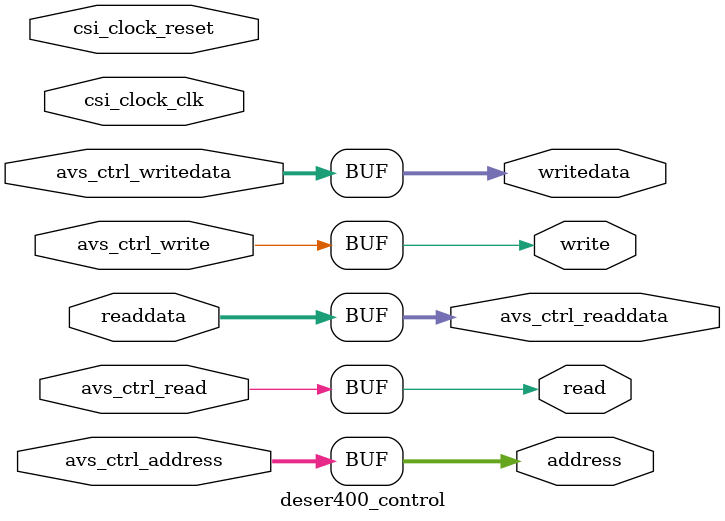
<source format=v>


`timescale 1 ps / 1 ps

module deser400_control
(
		// avalon clock interface
	input csi_clock_clk,
	input csi_clock_reset,
	
	// avalon mm slave: control
	input avs_ctrl_write,
	input avs_ctrl_read,
	input [3:0]avs_ctrl_address,
	input [31:0]avs_ctrl_writedata,
	output [31:0]avs_ctrl_readdata,

  // conduit
  output write,
  output read,
  output [3:0]address,
  output [31:0]writedata,
  input  [31:0]readdata
);

	assign write = avs_ctrl_write;
	assign read = avs_ctrl_read;
	assign address = avs_ctrl_address;
	assign writedata = avs_ctrl_writedata;
	assign avs_ctrl_readdata = readdata;

endmodule
</source>
